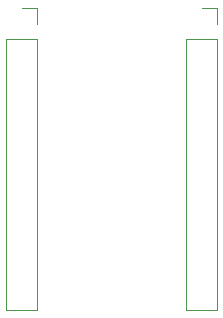
<source format=gbr>
%TF.GenerationSoftware,KiCad,Pcbnew,(5.1.8)-1*%
%TF.CreationDate,2022-11-11T23:15:09+03:00*%
%TF.ProjectId,273,3237332e-6b69-4636-9164-5f7063625858,rev?*%
%TF.SameCoordinates,Original*%
%TF.FileFunction,Legend,Bot*%
%TF.FilePolarity,Positive*%
%FSLAX46Y46*%
G04 Gerber Fmt 4.6, Leading zero omitted, Abs format (unit mm)*
G04 Created by KiCad (PCBNEW (5.1.8)-1) date 2022-11-11 23:15:09*
%MOMM*%
%LPD*%
G01*
G04 APERTURE LIST*
%ADD10C,0.120000*%
G04 APERTURE END LIST*
D10*
%TO.C,J1*%
X73720000Y-57210000D02*
X71060000Y-57210000D01*
X73720000Y-34290000D02*
X73720000Y-57210000D01*
X71060000Y-34290000D02*
X71060000Y-57210000D01*
X73720000Y-34290000D02*
X71060000Y-34290000D01*
X73720000Y-33020000D02*
X73720000Y-31690000D01*
X73720000Y-31690000D02*
X72390000Y-31690000D01*
%TO.C,J2*%
X88960000Y-31690000D02*
X87630000Y-31690000D01*
X88960000Y-33020000D02*
X88960000Y-31690000D01*
X88960000Y-34290000D02*
X86300000Y-34290000D01*
X86300000Y-34290000D02*
X86300000Y-57210000D01*
X88960000Y-34290000D02*
X88960000Y-57210000D01*
X88960000Y-57210000D02*
X86300000Y-57210000D01*
%TD*%
M02*

</source>
